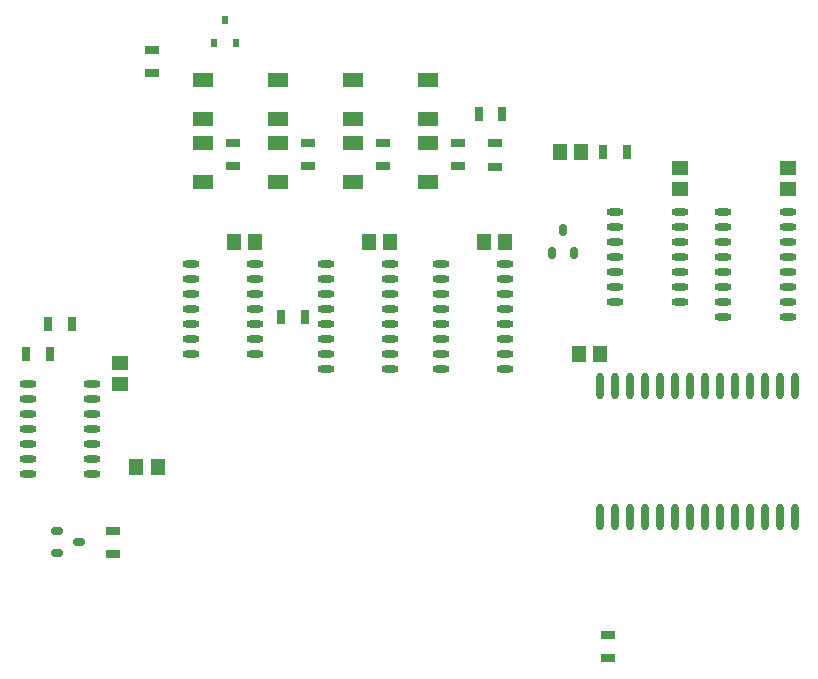
<source format=gtp>
G04*
G04 #@! TF.GenerationSoftware,Altium Limited,Altium Designer,20.2.6 (244)*
G04*
G04 Layer_Color=8421504*
%FSLAX25Y25*%
%MOIN*%
G70*
G04*
G04 #@! TF.SameCoordinates,4BF73655-697D-4C1E-89EC-0D8241B82C52*
G04*
G04*
G04 #@! TF.FilePolarity,Positive*
G04*
G01*
G75*
%ADD16R,0.06890X0.04724*%
%ADD17O,0.05709X0.02362*%
%ADD18R,0.04528X0.05709*%
G04:AMPARAMS|DCode=19|XSize=23.62mil|YSize=39.37mil|CornerRadius=5.91mil|HoleSize=0mil|Usage=FLASHONLY|Rotation=270.000|XOffset=0mil|YOffset=0mil|HoleType=Round|Shape=RoundedRectangle|*
%AMROUNDEDRECTD19*
21,1,0.02362,0.02756,0,0,270.0*
21,1,0.01181,0.03937,0,0,270.0*
1,1,0.01181,-0.01378,-0.00591*
1,1,0.01181,-0.01378,0.00591*
1,1,0.01181,0.01378,0.00591*
1,1,0.01181,0.01378,-0.00591*
%
%ADD19ROUNDEDRECTD19*%
%ADD20R,0.02953X0.05118*%
%ADD21R,0.05118X0.02953*%
%ADD22O,0.02362X0.08858*%
%ADD23R,0.01968X0.02756*%
%ADD24R,0.05709X0.04528*%
G04:AMPARAMS|DCode=25|XSize=23.62mil|YSize=39.37mil|CornerRadius=5.91mil|HoleSize=0mil|Usage=FLASHONLY|Rotation=0.000|XOffset=0mil|YOffset=0mil|HoleType=Round|Shape=RoundedRectangle|*
%AMROUNDEDRECTD25*
21,1,0.02362,0.02756,0,0,0.0*
21,1,0.01181,0.03937,0,0,0.0*
1,1,0.01181,0.00591,-0.01378*
1,1,0.01181,-0.00591,-0.01378*
1,1,0.01181,-0.00591,0.01378*
1,1,0.01181,0.00591,0.01378*
%
%ADD25ROUNDEDRECTD25*%
D16*
X117500Y227992D02*
D03*
Y215000D02*
D03*
X142500Y215000D02*
D03*
Y227992D02*
D03*
X92500Y215000D02*
D03*
Y227992D02*
D03*
X67500Y215000D02*
D03*
Y227992D02*
D03*
X142500Y236004D02*
D03*
Y248996D02*
D03*
X117500Y236004D02*
D03*
Y248996D02*
D03*
X92500Y236004D02*
D03*
Y248996D02*
D03*
X67500Y236004D02*
D03*
Y248996D02*
D03*
D17*
X241043Y205000D02*
D03*
Y200000D02*
D03*
Y195000D02*
D03*
Y190000D02*
D03*
Y185000D02*
D03*
Y180000D02*
D03*
Y175000D02*
D03*
Y170000D02*
D03*
X262500Y205000D02*
D03*
Y200000D02*
D03*
Y195000D02*
D03*
Y190000D02*
D03*
Y185000D02*
D03*
Y180000D02*
D03*
Y175000D02*
D03*
Y170000D02*
D03*
X63543Y187500D02*
D03*
Y182500D02*
D03*
Y177500D02*
D03*
Y172500D02*
D03*
Y167500D02*
D03*
Y162500D02*
D03*
Y157500D02*
D03*
X85000Y187500D02*
D03*
Y182500D02*
D03*
Y177500D02*
D03*
Y172500D02*
D03*
Y167500D02*
D03*
Y162500D02*
D03*
Y157500D02*
D03*
X146772Y187500D02*
D03*
X146772Y182500D02*
D03*
X146772Y177500D02*
D03*
Y172500D02*
D03*
Y167500D02*
D03*
Y162500D02*
D03*
X146772Y157500D02*
D03*
X146772Y152500D02*
D03*
X168228Y187500D02*
D03*
Y182500D02*
D03*
Y177500D02*
D03*
Y172500D02*
D03*
Y167500D02*
D03*
Y162500D02*
D03*
Y157500D02*
D03*
Y152500D02*
D03*
X226457Y175000D02*
D03*
Y180000D02*
D03*
Y185000D02*
D03*
Y190000D02*
D03*
Y195000D02*
D03*
Y200000D02*
D03*
Y205000D02*
D03*
X205000Y175000D02*
D03*
Y180000D02*
D03*
Y185000D02*
D03*
Y190000D02*
D03*
Y195000D02*
D03*
Y200000D02*
D03*
Y205000D02*
D03*
X30728Y117500D02*
D03*
Y122500D02*
D03*
X30728Y127500D02*
D03*
X30728Y132500D02*
D03*
X30728Y137500D02*
D03*
X30728Y142500D02*
D03*
Y147500D02*
D03*
X9272Y117500D02*
D03*
Y122500D02*
D03*
X9272Y127500D02*
D03*
X9272Y132500D02*
D03*
X9272Y137500D02*
D03*
X9272Y142500D02*
D03*
X9272Y147500D02*
D03*
X130000Y152500D02*
D03*
Y157500D02*
D03*
Y162500D02*
D03*
Y167500D02*
D03*
Y172500D02*
D03*
Y177500D02*
D03*
Y182500D02*
D03*
Y187500D02*
D03*
X108543Y152500D02*
D03*
Y157500D02*
D03*
Y162500D02*
D03*
Y167500D02*
D03*
Y172500D02*
D03*
Y177500D02*
D03*
Y182500D02*
D03*
Y187500D02*
D03*
D18*
X85000Y195000D02*
D03*
X77913D02*
D03*
X161142D02*
D03*
X168228D02*
D03*
X122913D02*
D03*
X130000D02*
D03*
X45413Y120000D02*
D03*
X52500D02*
D03*
X192913Y157500D02*
D03*
X200000D02*
D03*
X193543Y225000D02*
D03*
X186457D02*
D03*
D19*
X18760Y98638D02*
D03*
Y91158D02*
D03*
X26240Y95000D02*
D03*
D20*
X23937Y167500D02*
D03*
X16063D02*
D03*
X16437Y157500D02*
D03*
X8563D02*
D03*
X167374Y237500D02*
D03*
X159500D02*
D03*
X93563Y170000D02*
D03*
X101437D02*
D03*
X208937Y225000D02*
D03*
X201063D02*
D03*
D21*
X50492Y258937D02*
D03*
Y251063D02*
D03*
X165000Y220000D02*
D03*
Y227874D02*
D03*
X202500Y56063D02*
D03*
Y63937D02*
D03*
X152500Y220118D02*
D03*
Y227992D02*
D03*
X127500Y220118D02*
D03*
Y227992D02*
D03*
X102500Y220118D02*
D03*
Y227992D02*
D03*
X77500Y220118D02*
D03*
Y227992D02*
D03*
X37500Y98638D02*
D03*
Y90764D02*
D03*
D22*
X265000Y146949D02*
D03*
X260000D02*
D03*
X255000Y146949D02*
D03*
X250000Y146949D02*
D03*
X245000D02*
D03*
X240000D02*
D03*
X235000D02*
D03*
X230000D02*
D03*
X225000D02*
D03*
X220000Y146949D02*
D03*
X215000Y146949D02*
D03*
X210000D02*
D03*
X205000D02*
D03*
X200000D02*
D03*
X265000Y103051D02*
D03*
X260000D02*
D03*
X255000Y103051D02*
D03*
X250000Y103051D02*
D03*
X245000D02*
D03*
X240000D02*
D03*
X235000D02*
D03*
X230000Y103051D02*
D03*
X225000Y103051D02*
D03*
X220000Y103051D02*
D03*
X215000Y103051D02*
D03*
X210000D02*
D03*
X205000Y103051D02*
D03*
X200000Y103051D02*
D03*
D23*
X71260Y261063D02*
D03*
X78740D02*
D03*
X75000Y268937D02*
D03*
D24*
X40000Y154587D02*
D03*
Y147500D02*
D03*
X226457Y219587D02*
D03*
Y212500D02*
D03*
X262500Y219587D02*
D03*
Y212500D02*
D03*
D25*
X187500Y198740D02*
D03*
X191342Y191260D02*
D03*
X183862D02*
D03*
M02*

</source>
